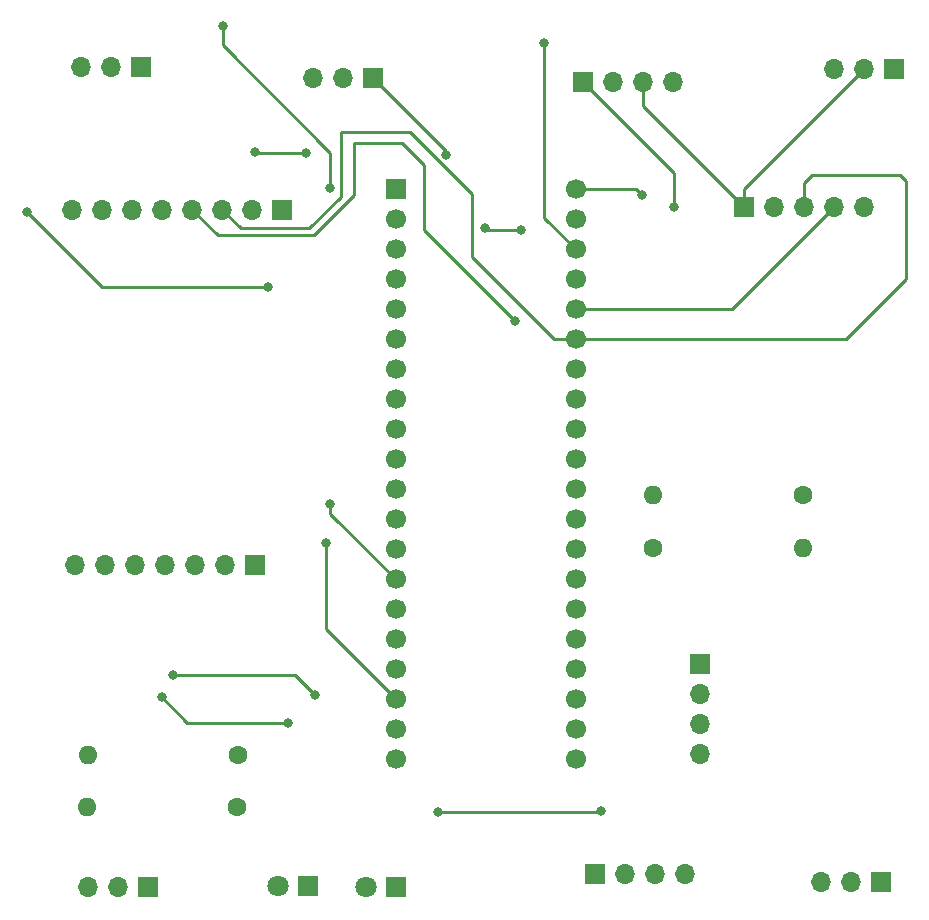
<source format=gbr>
%TF.GenerationSoftware,KiCad,Pcbnew,(6.0.1-0)*%
%TF.CreationDate,2022-02-26T01:43:07+01:00*%
%TF.ProjectId,YMFC-32,594d4643-2d33-4322-9e6b-696361645f70,rev?*%
%TF.SameCoordinates,Original*%
%TF.FileFunction,Copper,L2,Bot*%
%TF.FilePolarity,Positive*%
%FSLAX46Y46*%
G04 Gerber Fmt 4.6, Leading zero omitted, Abs format (unit mm)*
G04 Created by KiCad (PCBNEW (6.0.1-0)) date 2022-02-26 01:43:07*
%MOMM*%
%LPD*%
G01*
G04 APERTURE LIST*
%TA.AperFunction,ComponentPad*%
%ADD10C,1.700000*%
%TD*%
%TA.AperFunction,ComponentPad*%
%ADD11R,1.700000X1.700000*%
%TD*%
%TA.AperFunction,ComponentPad*%
%ADD12O,1.700000X1.700000*%
%TD*%
%TA.AperFunction,ComponentPad*%
%ADD13C,1.600000*%
%TD*%
%TA.AperFunction,ComponentPad*%
%ADD14O,1.600000X1.600000*%
%TD*%
%TA.AperFunction,ComponentPad*%
%ADD15R,1.800000X1.800000*%
%TD*%
%TA.AperFunction,ComponentPad*%
%ADD16C,1.800000*%
%TD*%
%TA.AperFunction,ViaPad*%
%ADD17C,0.800000*%
%TD*%
%TA.AperFunction,Conductor*%
%ADD18C,0.250000*%
%TD*%
G04 APERTURE END LIST*
D10*
%TO.P,U1,40,GND*%
%TO.N,GND2*%
X152570000Y-70970000D03*
D11*
%TO.P,U1,1,PB12*%
%TO.N,unconnected-(U1-Pad1)*%
X137330000Y-70970000D03*
D10*
%TO.P,U1,39,GND*%
%TO.N,GND1*%
X152570000Y-73510000D03*
%TO.P,U1,2,PB13*%
%TO.N,unconnected-(U1-Pad2)*%
X137330000Y-73510000D03*
%TO.P,U1,38,3V3*%
%TO.N,+3V3*%
X152570000Y-76050000D03*
%TO.P,U1,3,PB14*%
%TO.N,unconnected-(U1-Pad3)*%
X137330000Y-76050000D03*
%TO.P,U1,37,RST*%
%TO.N,unconnected-(U1-Pad37)*%
X152570000Y-78590000D03*
%TO.P,U1,4,PB15*%
%TO.N,unconnected-(U1-Pad4)*%
X137330000Y-78590000D03*
%TO.P,U1,36,PB11*%
%TO.N,SDA*%
X152570000Y-81130000D03*
%TO.P,U1,5,PA8*%
%TO.N,unconnected-(U1-Pad5)*%
X137330000Y-81130000D03*
%TO.P,U1,35,PB10*%
%TO.N,SCL*%
X152570000Y-83670000D03*
%TO.P,U1,6,PA9*%
%TO.N,UART_RX*%
X137330000Y-83670000D03*
%TO.P,U1,34,PB1*%
%TO.N,unconnected-(U1-Pad34)*%
X152570000Y-86210000D03*
%TO.P,U1,7,PA10*%
%TO.N,UART_TX*%
X137330000Y-86210000D03*
%TO.P,U1,33,PB0*%
%TO.N,TLM_TX*%
X152570000Y-88750000D03*
%TO.P,U1,8,PA11*%
%TO.N,unconnected-(U1-Pad8)*%
X137330000Y-88750000D03*
%TO.P,U1,32,PA7*%
%TO.N,unconnected-(U1-Pad32)*%
X152570000Y-91290000D03*
%TO.P,U1,9,PA12*%
%TO.N,unconnected-(U1-Pad9)*%
X137330000Y-91290000D03*
%TO.P,U1,31,PA6*%
%TO.N,unconnected-(U1-Pad31)*%
X152570000Y-93830000D03*
%TO.P,U1,10,PA15*%
%TO.N,unconnected-(U1-Pad10)*%
X137330000Y-93830000D03*
%TO.P,U1,30,PA5*%
%TO.N,unconnected-(U1-Pad30)*%
X152570000Y-96370000D03*
%TO.P,U1,11,PB3*%
%TO.N,LED_GREEN*%
X137330000Y-96370000D03*
%TO.P,U1,29,PA4*%
%TO.N,V_BAT*%
X152570000Y-98910000D03*
%TO.P,U1,12,PB4*%
%TO.N,LED_RED*%
X137330000Y-98910000D03*
%TO.P,U1,28,PA3*%
%TO.N,GPS_TX*%
X152570000Y-101450000D03*
%TO.P,U1,13,PB5*%
%TO.N,unconnected-(U1-Pad13)*%
X137330000Y-101450000D03*
%TO.P,U1,27,PA2*%
%TO.N,GPS_RX*%
X152570000Y-103990000D03*
%TO.P,U1,14,PB6*%
%TO.N,ESC_1*%
X137330000Y-103990000D03*
%TO.P,U1,26,PA1*%
%TO.N,unconnected-(U1-Pad26)*%
X152570000Y-106530000D03*
%TO.P,U1,15,PB7*%
%TO.N,ESC_2*%
X137330000Y-106530000D03*
%TO.P,U1,25,PA0*%
%TO.N,PPM*%
X152570000Y-109070000D03*
%TO.P,U1,16,PB8*%
%TO.N,ESC_3*%
X137330000Y-109070000D03*
%TO.P,U1,24,PC15*%
%TO.N,unconnected-(U1-Pad24)*%
X152570000Y-111610000D03*
%TO.P,U1,17,PB9*%
%TO.N,ESC_4*%
X137330000Y-111610000D03*
%TO.P,U1,23,PC14*%
%TO.N,unconnected-(U1-Pad23)*%
X152570000Y-114150000D03*
%TO.P,U1,18,5V*%
%TO.N,+5V*%
X137330000Y-114150000D03*
%TO.P,U1,22,PC13*%
%TO.N,unconnected-(U1-Pad22)*%
X152570000Y-116690000D03*
%TO.P,U1,19,GND*%
%TO.N,GND*%
X137330000Y-116690000D03*
%TO.P,U1,21,VBat*%
%TO.N,unconnected-(U1-Pad21)*%
X152570000Y-119230000D03*
%TO.P,U1,20,3V3*%
%TO.N,unconnected-(U1-Pad20)*%
X137330000Y-119230000D03*
%TD*%
D11*
%TO.P,J5,1,Pin_1*%
%TO.N,ESC_4*%
X115725000Y-60600000D03*
D12*
%TO.P,J5,2,Pin_2*%
%TO.N,unconnected-(J5-Pad2)*%
X113185000Y-60600000D03*
%TO.P,J5,3,Pin_3*%
%TO.N,GND*%
X110645000Y-60600000D03*
%TD*%
D13*
%TO.P,R4,1*%
%TO.N,GND1*%
X171800000Y-96900000D03*
D14*
%TO.P,R4,2*%
%TO.N,V_BAT*%
X159100000Y-96900000D03*
%TD*%
D11*
%TO.P,J4,1,Pin_1*%
%TO.N,ESC_3*%
X116325000Y-130100000D03*
D12*
%TO.P,J4,2,Pin_2*%
%TO.N,unconnected-(J4-Pad2)*%
X113785000Y-130100000D03*
%TO.P,J4,3,Pin_3*%
%TO.N,GND*%
X111245000Y-130100000D03*
%TD*%
D11*
%TO.P,J11,1,Pin_1*%
%TO.N,+3V3*%
X125440000Y-102800000D03*
D12*
%TO.P,J11,2,Pin_2*%
%TO.N,GND1*%
X122900000Y-102800000D03*
%TO.P,J11,3,Pin_3*%
%TO.N,SCL*%
X120360000Y-102800000D03*
%TO.P,J11,4,Pin_4*%
%TO.N,SDA*%
X117820000Y-102800000D03*
%TO.P,J11,5,Pin_5*%
%TO.N,unconnected-(J11-Pad5)*%
X115280000Y-102800000D03*
%TO.P,J11,6,Pin_6*%
%TO.N,unconnected-(J11-Pad6)*%
X112740000Y-102800000D03*
%TO.P,J11,7,Pin_7*%
%TO.N,unconnected-(J11-Pad7)*%
X110200000Y-102800000D03*
%TD*%
D15*
%TO.P,D2,1,K*%
%TO.N,GND*%
X129900000Y-130000000D03*
D16*
%TO.P,D2,2,A*%
%TO.N,Net-(D2-Pad2)*%
X127360000Y-130000000D03*
%TD*%
D15*
%TO.P,D1,1,K*%
%TO.N,GND*%
X137375000Y-130100000D03*
D16*
%TO.P,D1,2,A*%
%TO.N,Net-(D1-Pad2)*%
X134835000Y-130100000D03*
%TD*%
D11*
%TO.P,J2,1,Pin_1*%
%TO.N,ESC_1*%
X179525000Y-60800000D03*
D12*
%TO.P,J2,2,Pin_2*%
%TO.N,+5V*%
X176985000Y-60800000D03*
%TO.P,J2,3,Pin_3*%
%TO.N,GND*%
X174445000Y-60800000D03*
%TD*%
D13*
%TO.P,R2,1*%
%TO.N,Net-(D2-Pad2)*%
X123900000Y-123300000D03*
D14*
%TO.P,R2,2*%
%TO.N,LED_RED*%
X111200000Y-123300000D03*
%TD*%
D11*
%TO.P,J3,1,Pin_1*%
%TO.N,ESC_2*%
X178425000Y-129600000D03*
D12*
%TO.P,J3,2,Pin_2*%
%TO.N,unconnected-(J3-Pad2)*%
X175885000Y-129600000D03*
%TO.P,J3,3,Pin_3*%
%TO.N,GND*%
X173345000Y-129600000D03*
%TD*%
D11*
%TO.P,J12,1,Pin_1*%
%TO.N,+5V*%
X166825000Y-72500000D03*
D12*
%TO.P,J12,2,Pin_2*%
%TO.N,GND1*%
X169365000Y-72500000D03*
%TO.P,J12,3,Pin_3*%
%TO.N,SCL*%
X171905000Y-72500000D03*
%TO.P,J12,4,Pin_4*%
%TO.N,SDA*%
X174445000Y-72500000D03*
%TO.P,J12,5,Pin_5*%
%TO.N,unconnected-(J12-Pad5)*%
X176985000Y-72500000D03*
%TD*%
D11*
%TO.P,J1,1,Pin_1*%
%TO.N,PPM*%
X135425000Y-61600000D03*
D12*
%TO.P,J1,2,Pin_2*%
%TO.N,+5V*%
X132885000Y-61600000D03*
%TO.P,J1,3,Pin_3*%
%TO.N,GND*%
X130345000Y-61600000D03*
%TD*%
D11*
%TO.P,J9,1,Pin_1*%
%TO.N,GPS_TX*%
X163100000Y-111200000D03*
D12*
%TO.P,J9,2,Pin_2*%
%TO.N,GPS_RX*%
X163100000Y-113740000D03*
%TO.P,J9,3,Pin_3*%
%TO.N,+5V*%
X163100000Y-116280000D03*
%TO.P,J9,4,Pin_4*%
%TO.N,GND2*%
X163100000Y-118820000D03*
%TD*%
D11*
%TO.P,J7,1,Pin_1*%
%TO.N,TLM_TX*%
X153200000Y-61900000D03*
D12*
%TO.P,J7,2,Pin_2*%
%TO.N,unconnected-(J7-Pad2)*%
X155740000Y-61900000D03*
%TO.P,J7,3,Pin_3*%
%TO.N,+5V*%
X158280000Y-61900000D03*
%TO.P,J7,4,Pin_4*%
%TO.N,GND1*%
X160820000Y-61900000D03*
%TD*%
D13*
%TO.P,R3,1*%
%TO.N,V_BAT*%
X159150000Y-101400000D03*
D14*
%TO.P,R3,2*%
%TO.N,Net-(J6-Pad1)*%
X171850000Y-101400000D03*
%TD*%
D11*
%TO.P,J10,1,Pin_1*%
%TO.N,+5V*%
X127700000Y-72700000D03*
D12*
%TO.P,J10,2,Pin_2*%
%TO.N,GND1*%
X125160000Y-72700000D03*
%TO.P,J10,3,Pin_3*%
%TO.N,SCL*%
X122620000Y-72700000D03*
%TO.P,J10,4,Pin_4*%
%TO.N,SDA*%
X120080000Y-72700000D03*
%TO.P,J10,5,Pin_5*%
%TO.N,unconnected-(J10-Pad5)*%
X117540000Y-72700000D03*
%TO.P,J10,6,Pin_6*%
%TO.N,unconnected-(J10-Pad6)*%
X115000000Y-72700000D03*
%TO.P,J10,7,Pin_7*%
%TO.N,unconnected-(J10-Pad7)*%
X112460000Y-72700000D03*
%TO.P,J10,8,Pin_8*%
%TO.N,unconnected-(J10-Pad8)*%
X109920000Y-72700000D03*
%TD*%
D11*
%TO.P,J8,1,Pin_1*%
%TO.N,UART_TX*%
X154200000Y-129000000D03*
D12*
%TO.P,J8,2,Pin_2*%
%TO.N,UART_RX*%
X156740000Y-129000000D03*
%TO.P,J8,3,Pin_3*%
%TO.N,+5V*%
X159280000Y-129000000D03*
%TO.P,J8,4,Pin_4*%
%TO.N,GND2*%
X161820000Y-129000000D03*
%TD*%
D13*
%TO.P,R1,1*%
%TO.N,Net-(D1-Pad2)*%
X124000000Y-118900000D03*
D14*
%TO.P,R1,2*%
%TO.N,LED_GREEN*%
X111300000Y-118900000D03*
%TD*%
D17*
%TO.N,SDA*%
X147400000Y-82100000D03*
%TO.N,GND2*%
X158200000Y-71500000D03*
%TO.N,ESC_1*%
X131800000Y-97600000D03*
X122700000Y-57200000D03*
X131800000Y-70900000D03*
%TO.N,+3V3*%
X126500000Y-79300000D03*
X106100000Y-72900000D03*
X149900000Y-58600000D03*
%TO.N,GND1*%
X125400000Y-67800000D03*
X144900000Y-74300000D03*
X147900000Y-74400000D03*
X129700000Y-67900000D03*
%TO.N,TLM_TX*%
X160900000Y-72500000D03*
%TO.N,+5V*%
X131400000Y-100900000D03*
%TO.N,PPM*%
X141600000Y-68100000D03*
%TO.N,GND*%
X117500000Y-114000000D03*
X128200000Y-116200000D03*
%TO.N,ESC_4*%
X130500000Y-113800000D03*
X118500000Y-112100000D03*
%TO.N,+5V*%
X154700000Y-123600000D03*
X140900000Y-123700000D03*
%TD*%
D18*
%TO.N,SCL*%
X122620000Y-72700000D02*
X124220000Y-74300000D01*
X124220000Y-74300000D02*
X130000000Y-74300000D01*
X130000000Y-74300000D02*
X132700000Y-71600000D01*
X132700000Y-71600000D02*
X132700000Y-66100000D01*
X132700000Y-66100000D02*
X138500000Y-66100000D01*
X138500000Y-66100000D02*
X143800000Y-71400000D01*
X143800000Y-71400000D02*
X143800000Y-76700000D01*
X143800000Y-76700000D02*
X150770000Y-83670000D01*
X150770000Y-83670000D02*
X152570000Y-83670000D01*
%TO.N,SDA*%
X120080000Y-72700000D02*
X122280000Y-74900000D01*
X122280000Y-74900000D02*
X130400000Y-74900000D01*
X130400000Y-74900000D02*
X133800000Y-71500000D01*
X133800000Y-71500000D02*
X133800000Y-67100000D01*
X133800000Y-67100000D02*
X137900000Y-67100000D01*
X137900000Y-67100000D02*
X139700000Y-68900000D01*
X139700000Y-68900000D02*
X139700000Y-74400000D01*
X139700000Y-74400000D02*
X147400000Y-82100000D01*
%TO.N,+3V3*%
X149900000Y-58600000D02*
X149900000Y-73380000D01*
X149900000Y-73380000D02*
X152570000Y-76050000D01*
%TO.N,ESC_1*%
X122700000Y-57200000D02*
X122700000Y-58800000D01*
X122700000Y-58800000D02*
X131800000Y-67900000D01*
X131800000Y-67900000D02*
X131800000Y-70900000D01*
%TO.N,TLM_TX*%
X160900000Y-72500000D02*
X160900000Y-69600000D01*
X160900000Y-69600000D02*
X153200000Y-61900000D01*
%TO.N,GND2*%
X158200000Y-71500000D02*
X157670000Y-70970000D01*
X157670000Y-70970000D02*
X152570000Y-70970000D01*
%TO.N,ESC_1*%
X131800000Y-98460000D02*
X137330000Y-103990000D01*
X131800000Y-97600000D02*
X131800000Y-98460000D01*
%TO.N,+3V3*%
X126500000Y-79300000D02*
X112500000Y-79300000D01*
X112500000Y-79300000D02*
X106100000Y-72900000D01*
%TO.N,GND1*%
X145000000Y-74400000D02*
X144900000Y-74300000D01*
X125500000Y-67900000D02*
X125400000Y-67800000D01*
X147900000Y-74400000D02*
X145000000Y-74400000D01*
X129700000Y-67900000D02*
X125500000Y-67900000D01*
%TO.N,+5V*%
X158280000Y-61900000D02*
X158280000Y-63955000D01*
X158280000Y-63955000D02*
X166825000Y-72500000D01*
X166825000Y-72500000D02*
X166825000Y-70960000D01*
X166825000Y-70960000D02*
X176985000Y-60800000D01*
%TO.N,SCL*%
X171905000Y-72500000D02*
X171905000Y-70495000D01*
X171905000Y-70495000D02*
X172600000Y-69800000D01*
X172600000Y-69800000D02*
X180000000Y-69800000D01*
X180000000Y-69800000D02*
X180500000Y-70300000D01*
X180500000Y-78600000D02*
X175430000Y-83670000D01*
X175430000Y-83670000D02*
X152570000Y-83670000D01*
X180500000Y-70300000D02*
X180500000Y-78600000D01*
%TO.N,SDA*%
X174445000Y-72500000D02*
X165815000Y-81130000D01*
X165815000Y-81130000D02*
X152570000Y-81130000D01*
%TO.N,+5V*%
X131400000Y-108220000D02*
X131400000Y-100900000D01*
X137330000Y-114150000D02*
X131400000Y-108220000D01*
%TO.N,PPM*%
X141600000Y-68100000D02*
X141600000Y-67775000D01*
X141600000Y-67775000D02*
X135425000Y-61600000D01*
%TO.N,GND*%
X119700000Y-116200000D02*
X117500000Y-114000000D01*
X128200000Y-116200000D02*
X119700000Y-116200000D01*
%TO.N,ESC_4*%
X118500000Y-112100000D02*
X128800000Y-112100000D01*
X128800000Y-112100000D02*
X130500000Y-113800000D01*
%TO.N,+5V*%
X154600000Y-123700000D02*
X154700000Y-123600000D01*
X140900000Y-123700000D02*
X154600000Y-123700000D01*
%TD*%
M02*

</source>
